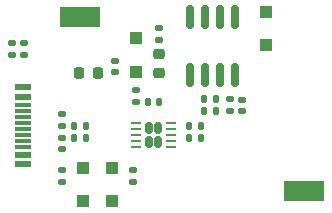
<source format=gtp>
%TF.GenerationSoftware,KiCad,Pcbnew,5.99.0-unknown-3f6811f413~130~ubuntu20.10.1*%
%TF.CreationDate,2021-09-06T21:05:41-07:00*%
%TF.ProjectId,usb_pd,7573625f-7064-42e6-9b69-6361645f7063,rev?*%
%TF.SameCoordinates,Original*%
%TF.FileFunction,Paste,Top*%
%TF.FilePolarity,Positive*%
%FSLAX46Y46*%
G04 Gerber Fmt 4.6, Leading zero omitted, Abs format (unit mm)*
G04 Created by KiCad (PCBNEW 5.99.0-unknown-3f6811f413~130~ubuntu20.10.1) date 2021-09-06 21:05:41*
%MOMM*%
%LPD*%
G01*
G04 APERTURE LIST*
G04 Aperture macros list*
%AMRoundRect*
0 Rectangle with rounded corners*
0 $1 Rounding radius*
0 $2 $3 $4 $5 $6 $7 $8 $9 X,Y pos of 4 corners*
0 Add a 4 corners polygon primitive as box body*
4,1,4,$2,$3,$4,$5,$6,$7,$8,$9,$2,$3,0*
0 Add four circle primitives for the rounded corners*
1,1,$1+$1,$2,$3*
1,1,$1+$1,$4,$5*
1,1,$1+$1,$6,$7*
1,1,$1+$1,$8,$9*
0 Add four rect primitives between the rounded corners*
20,1,$1+$1,$2,$3,$4,$5,0*
20,1,$1+$1,$4,$5,$6,$7,0*
20,1,$1+$1,$6,$7,$8,$9,0*
20,1,$1+$1,$8,$9,$2,$3,0*%
G04 Aperture macros list end*
%ADD10R,1.100000X1.100000*%
%ADD11RoundRect,0.140000X-0.140000X-0.170000X0.140000X-0.170000X0.140000X0.170000X-0.140000X0.170000X0*%
%ADD12RoundRect,0.135000X-0.135000X-0.185000X0.135000X-0.185000X0.135000X0.185000X-0.135000X0.185000X0*%
%ADD13RoundRect,0.135000X-0.185000X0.135000X-0.185000X-0.135000X0.185000X-0.135000X0.185000X0.135000X0*%
%ADD14RoundRect,0.140000X-0.170000X0.140000X-0.170000X-0.140000X0.170000X-0.140000X0.170000X0.140000X0*%
%ADD15R,3.400000X1.800000*%
%ADD16RoundRect,0.135000X0.135000X0.185000X-0.135000X0.185000X-0.135000X-0.185000X0.135000X-0.185000X0*%
%ADD17RoundRect,0.135000X0.185000X-0.135000X0.185000X0.135000X-0.185000X0.135000X-0.185000X-0.135000X0*%
%ADD18R,1.450000X0.600000*%
%ADD19R,1.450000X0.300000*%
%ADD20RoundRect,0.140000X0.170000X-0.140000X0.170000X0.140000X-0.170000X0.140000X-0.170000X-0.140000X0*%
%ADD21RoundRect,0.147500X0.172500X-0.147500X0.172500X0.147500X-0.172500X0.147500X-0.172500X-0.147500X0*%
%ADD22RoundRect,0.218750X-0.218750X-0.256250X0.218750X-0.256250X0.218750X0.256250X-0.218750X0.256250X0*%
%ADD23RoundRect,0.218750X-0.256250X0.218750X-0.256250X-0.218750X0.256250X-0.218750X0.256250X0.218750X0*%
%ADD24RoundRect,0.167500X-0.167500X-0.312500X0.167500X-0.312500X0.167500X0.312500X-0.167500X0.312500X0*%
%ADD25RoundRect,0.062500X-0.362500X-0.062500X0.362500X-0.062500X0.362500X0.062500X-0.362500X0.062500X0*%
%ADD26RoundRect,0.150000X0.150000X-0.825000X0.150000X0.825000X-0.150000X0.825000X-0.150000X-0.825000X0*%
%ADD27RoundRect,0.147500X-0.172500X0.147500X-0.172500X-0.147500X0.172500X-0.147500X0.172500X0.147500X0*%
G04 APERTURE END LIST*
D10*
%TO.C,D107*%
X107000000Y-112150000D03*
X107000000Y-109350000D03*
%TD*%
D11*
%TO.C,C103*%
X97020000Y-117000000D03*
X97980000Y-117000000D03*
%TD*%
D12*
%TO.C,R109*%
X100490000Y-120000000D03*
X101510000Y-120000000D03*
%TD*%
D10*
%TO.C,D106*%
X96000000Y-114400000D03*
X96000000Y-111600000D03*
%TD*%
D13*
%TO.C,R103*%
X95750000Y-122740000D03*
X95750000Y-123760000D03*
%TD*%
D14*
%TO.C,C104*%
X105000000Y-116770000D03*
X105000000Y-117730000D03*
%TD*%
D15*
%TO.C,TP101*%
X91250000Y-109750000D03*
%TD*%
%TO.C,TP102*%
X110250000Y-124500000D03*
%TD*%
D12*
%TO.C,R108*%
X100490000Y-119000000D03*
X101510000Y-119000000D03*
%TD*%
D16*
%TO.C,R105*%
X91760000Y-119000000D03*
X90740000Y-119000000D03*
%TD*%
D13*
%TO.C,R112*%
X104000000Y-116720000D03*
X104000000Y-117740000D03*
%TD*%
D17*
%TO.C,R101*%
X85500000Y-113010000D03*
X85500000Y-111990000D03*
%TD*%
D13*
%TO.C,R107*%
X96000000Y-116000000D03*
X96000000Y-117020000D03*
%TD*%
D18*
%TO.C,J101*%
X86485000Y-115750000D03*
X86485000Y-116550000D03*
D19*
X86485000Y-117750000D03*
X86485000Y-118750000D03*
X86485000Y-119250000D03*
X86485000Y-120250000D03*
D18*
X86485000Y-121450000D03*
X86485000Y-122250000D03*
X86485000Y-122250000D03*
X86485000Y-121450000D03*
D19*
X86485000Y-120750000D03*
X86485000Y-119750000D03*
X86485000Y-118250000D03*
X86485000Y-117250000D03*
D18*
X86485000Y-116550000D03*
X86485000Y-115750000D03*
%TD*%
D20*
%TO.C,C101*%
X86500000Y-112980000D03*
X86500000Y-112020000D03*
%TD*%
D12*
%TO.C,R110*%
X101740000Y-116730000D03*
X102760000Y-116730000D03*
%TD*%
D21*
%TO.C,D101*%
X89750000Y-118985000D03*
X89750000Y-118015000D03*
%TD*%
D22*
%TO.C,FB101*%
X91212500Y-114500000D03*
X92787500Y-114500000D03*
%TD*%
D17*
%TO.C,R106*%
X98000000Y-111760000D03*
X98000000Y-110740000D03*
%TD*%
D23*
%TO.C,D105*%
X98000000Y-112925000D03*
X98000000Y-114500000D03*
%TD*%
D24*
%TO.C,U101*%
X97910000Y-119155000D03*
X97910000Y-120345000D03*
X97090000Y-120345000D03*
X97090000Y-119155000D03*
D25*
X96050000Y-118750000D03*
X96050000Y-119250000D03*
X96050000Y-119750000D03*
X96050000Y-120250000D03*
X96050000Y-120750000D03*
X98950000Y-120750000D03*
X98950000Y-120250000D03*
X98950000Y-119750000D03*
X98950000Y-119250000D03*
X98950000Y-118750000D03*
%TD*%
D16*
%TO.C,R111*%
X102760000Y-117730000D03*
X101740000Y-117730000D03*
%TD*%
%TO.C,R104*%
X91760000Y-120000000D03*
X90740000Y-120000000D03*
%TD*%
D10*
%TO.C,D104*%
X94000000Y-122600000D03*
X94000000Y-125400000D03*
%TD*%
D20*
%TO.C,C102*%
X94250000Y-114480000D03*
X94250000Y-113520000D03*
%TD*%
D26*
%TO.C,Q101*%
X100595000Y-114725000D03*
X101865000Y-114725000D03*
X103135000Y-114725000D03*
X104405000Y-114725000D03*
X104405000Y-109775000D03*
X103135000Y-109775000D03*
X101865000Y-109775000D03*
X100595000Y-109775000D03*
%TD*%
D27*
%TO.C,D102*%
X89750000Y-120015000D03*
X89750000Y-120985000D03*
%TD*%
D13*
%TO.C,R102*%
X89750000Y-122740000D03*
X89750000Y-123760000D03*
%TD*%
D10*
%TO.C,D103*%
X91500000Y-122600000D03*
X91500000Y-125400000D03*
%TD*%
M02*

</source>
